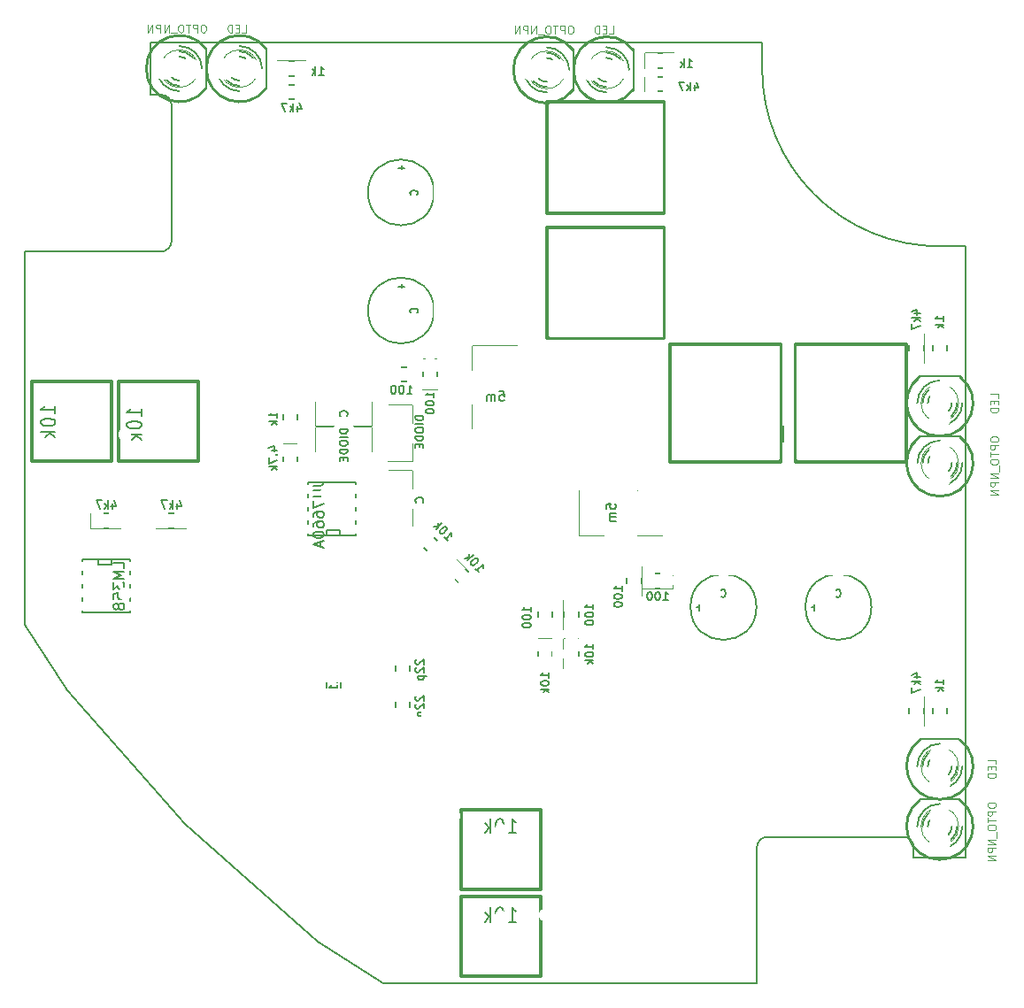
<source format=gbo>
G04 (created by PCBNEW (2013-06-18 BZR 4216)-testing) date 2014/10/24 19:56:51*
%MOIN*%
G04 Gerber Fmt 3.4, Leading zero omitted, Abs format*
%FSLAX34Y34*%
G01*
G70*
G90*
G04 APERTURE LIST*
%ADD10C,0.005906*%
%ADD11C,0.008000*%
%ADD12C,0.003000*%
%ADD13C,0.010000*%
%ADD14C,0.006000*%
%ADD15C,0.005000*%
%ADD16C,0.011811*%
%ADD17C,0.003500*%
%ADD18C,0.007500*%
%ADD19C,0.007874*%
%ADD20C,0.074803*%
%ADD21C,0.081748*%
%ADD22C,0.070748*%
%ADD23R,0.070748X0.070748*%
%ADD24R,0.095748X0.075748*%
%ADD25R,0.075748X0.095748*%
%ADD26C,0.094488*%
%ADD27R,0.094488X0.094488*%
%ADD28C,0.085748*%
%ADD29R,0.085748X0.085748*%
%ADD30R,0.074803X0.074803*%
%ADD31R,0.095748X0.175748*%
%ADD32R,0.175748X0.095748*%
%ADD33C,0.071748*%
%ADD34R,0.097638X0.173228*%
%ADD35R,0.409449X0.429134*%
%ADD36R,0.173228X0.097638*%
%ADD37R,0.429134X0.409449*%
%ADD38R,0.114148X0.114148*%
%ADD39R,0.872047X0.133858*%
%ADD40R,0.133858X0.872047*%
%ADD41C,0.075748*%
%ADD42R,0.062992X0.051181*%
%ADD43R,0.051181X0.062992*%
%ADD44R,0.084370X0.035748*%
%ADD45C,0.050748*%
%ADD46C,0.153543*%
G04 APERTURE END LIST*
G54D10*
X22047Y-44094D02*
X20472Y-41633D01*
X25196Y-27559D02*
X20472Y-27559D01*
X20472Y-27559D02*
X20472Y-41633D01*
X31496Y-53543D02*
X33956Y-55118D01*
X48031Y-55118D02*
X48031Y-50393D01*
X48031Y-55118D02*
X33956Y-55118D01*
X25196Y-21653D02*
X25590Y-21653D01*
X25196Y-21653D02*
X25196Y-19685D01*
X53937Y-50393D02*
X55905Y-50393D01*
X53543Y-49606D02*
X48425Y-49606D01*
X53937Y-50000D02*
G75*
G03X53543Y-49606I-393J0D01*
G74*
G01*
X53937Y-50393D02*
X53937Y-50000D01*
X48425Y-49606D02*
G75*
G03X48031Y-50000I0J-393D01*
G74*
G01*
X48031Y-50393D02*
X48031Y-50000D01*
X25984Y-27165D02*
X25984Y-22047D01*
X25590Y-27559D02*
G75*
G03X25984Y-27165I0J393D01*
G74*
G01*
X25984Y-22047D02*
G75*
G03X25590Y-21653I-393J0D01*
G74*
G01*
X25196Y-27559D02*
X25590Y-27559D01*
X48228Y-19685D02*
X25196Y-19685D01*
X55905Y-27362D02*
X55905Y-50393D01*
X48228Y-20669D02*
X48228Y-19685D01*
X54921Y-27362D02*
X55905Y-27362D01*
X48228Y-20669D02*
G75*
G03X54921Y-27362I6692J0D01*
G74*
G01*
X26476Y-49114D02*
X22047Y-44094D01*
X31496Y-53543D02*
X26476Y-49114D01*
G54D11*
X54171Y-34509D02*
X55671Y-34509D01*
G54D12*
X55628Y-35529D02*
G75*
G03X55628Y-35529I-707J0D01*
G74*
G01*
G54D13*
X55672Y-34530D02*
G75*
G02X54171Y-34529I-751J-999D01*
G74*
G01*
G54D14*
X55371Y-35529D02*
G75*
G02X54921Y-35979I-450J0D01*
G74*
G01*
X54471Y-35529D02*
G75*
G02X54921Y-35079I450J0D01*
G74*
G01*
X55571Y-35529D02*
G75*
G02X54921Y-36179I-650J0D01*
G74*
G01*
X54271Y-35529D02*
G75*
G02X54921Y-34879I650J0D01*
G74*
G01*
X55771Y-35529D02*
G75*
G02X54921Y-36379I-850J0D01*
G74*
G01*
X54071Y-35529D02*
G75*
G02X54921Y-34679I850J0D01*
G74*
G01*
G54D15*
X48014Y-40944D02*
G75*
G03X48014Y-40944I-1242J0D01*
G74*
G01*
X52344Y-40944D02*
G75*
G03X52344Y-40944I-1242J0D01*
G74*
G01*
X35868Y-25334D02*
G75*
G03X35868Y-25334I-1242J0D01*
G74*
G01*
X35868Y-29783D02*
G75*
G03X35868Y-29783I-1242J0D01*
G74*
G01*
X34146Y-35820D02*
X35046Y-35820D01*
X35046Y-35820D02*
X35046Y-36470D01*
X34146Y-37249D02*
X34146Y-37899D01*
X34146Y-37899D02*
X35046Y-37899D01*
X35046Y-37899D02*
X35046Y-37249D01*
X34146Y-36470D02*
X34146Y-35820D01*
X33519Y-33211D02*
X33519Y-34111D01*
X33519Y-34111D02*
X32869Y-34111D01*
X32090Y-33211D02*
X31440Y-33211D01*
X31440Y-33211D02*
X31440Y-34111D01*
X31440Y-34111D02*
X32090Y-34111D01*
X32869Y-33211D02*
X33519Y-33211D01*
X35046Y-35438D02*
X34146Y-35438D01*
X34146Y-35438D02*
X34146Y-34788D01*
X35046Y-34010D02*
X35046Y-33360D01*
X35046Y-33360D02*
X34146Y-33360D01*
X34146Y-33360D02*
X34146Y-34010D01*
X35046Y-34788D02*
X35046Y-35438D01*
X33519Y-34195D02*
X33519Y-35095D01*
X33519Y-35095D02*
X32869Y-35095D01*
X32090Y-34195D02*
X31440Y-34195D01*
X31440Y-34195D02*
X31440Y-35095D01*
X31440Y-35095D02*
X32090Y-35095D01*
X32869Y-34195D02*
X33519Y-34195D01*
G54D11*
X54171Y-32246D02*
X55671Y-32246D01*
G54D12*
X55628Y-33266D02*
G75*
G03X55628Y-33266I-707J0D01*
G74*
G01*
G54D13*
X55672Y-32266D02*
G75*
G02X54171Y-32266I-751J-999D01*
G74*
G01*
G54D14*
X55371Y-33266D02*
G75*
G02X54921Y-33716I-450J0D01*
G74*
G01*
X54471Y-33266D02*
G75*
G02X54921Y-32816I450J0D01*
G74*
G01*
X55571Y-33266D02*
G75*
G02X54921Y-33916I-650J0D01*
G74*
G01*
X54271Y-33266D02*
G75*
G02X54921Y-32616I650J0D01*
G74*
G01*
X55771Y-33266D02*
G75*
G02X54921Y-34116I-850J0D01*
G74*
G01*
X54071Y-33266D02*
G75*
G02X54921Y-32416I850J0D01*
G74*
G01*
G54D11*
X43393Y-19968D02*
X43393Y-21468D01*
G54D12*
X43080Y-20718D02*
G75*
G03X43080Y-20718I-707J0D01*
G74*
G01*
G54D13*
X43372Y-21469D02*
G75*
G02X43373Y-19968I-999J751D01*
G74*
G01*
G54D14*
X42373Y-21168D02*
G75*
G02X41923Y-20718I0J450D01*
G74*
G01*
X42373Y-20268D02*
G75*
G02X42823Y-20718I0J-450D01*
G74*
G01*
X42373Y-21368D02*
G75*
G02X41723Y-20718I0J650D01*
G74*
G01*
X42373Y-20068D02*
G75*
G02X43023Y-20718I0J-650D01*
G74*
G01*
X42373Y-21568D02*
G75*
G02X41523Y-20718I0J850D01*
G74*
G01*
X42373Y-19868D02*
G75*
G02X43223Y-20718I0J-850D01*
G74*
G01*
G54D11*
X54171Y-45927D02*
X55671Y-45927D01*
G54D12*
X55628Y-46947D02*
G75*
G03X55628Y-46947I-707J0D01*
G74*
G01*
G54D13*
X55672Y-45948D02*
G75*
G02X54171Y-45947I-751J-999D01*
G74*
G01*
G54D14*
X55371Y-46947D02*
G75*
G02X54921Y-47397I-450J0D01*
G74*
G01*
X54471Y-46947D02*
G75*
G02X54921Y-46497I450J0D01*
G74*
G01*
X55571Y-46947D02*
G75*
G02X54921Y-47597I-650J0D01*
G74*
G01*
X54271Y-46947D02*
G75*
G02X54921Y-46297I650J0D01*
G74*
G01*
X55771Y-46947D02*
G75*
G02X54921Y-47797I-850J0D01*
G74*
G01*
X54071Y-46947D02*
G75*
G02X54921Y-46097I850J0D01*
G74*
G01*
G54D11*
X29564Y-19919D02*
X29564Y-21419D01*
G54D12*
X29251Y-20669D02*
G75*
G03X29251Y-20669I-707J0D01*
G74*
G01*
G54D13*
X29544Y-21420D02*
G75*
G02X29544Y-19919I-999J751D01*
G74*
G01*
G54D14*
X28544Y-21119D02*
G75*
G02X28094Y-20669I0J450D01*
G74*
G01*
X28544Y-20219D02*
G75*
G02X28994Y-20669I0J-450D01*
G74*
G01*
X28544Y-21319D02*
G75*
G02X27894Y-20669I0J650D01*
G74*
G01*
X28544Y-20019D02*
G75*
G02X29194Y-20669I0J-650D01*
G74*
G01*
X28544Y-21519D02*
G75*
G02X27694Y-20669I0J850D01*
G74*
G01*
X28544Y-19819D02*
G75*
G02X29394Y-20669I0J-850D01*
G74*
G01*
G54D11*
X41129Y-19968D02*
X41129Y-21468D01*
G54D12*
X40816Y-20718D02*
G75*
G03X40816Y-20718I-707J0D01*
G74*
G01*
G54D13*
X41109Y-21469D02*
G75*
G02X41109Y-19968I-999J751D01*
G74*
G01*
G54D14*
X40109Y-21168D02*
G75*
G02X39659Y-20718I0J450D01*
G74*
G01*
X40109Y-20268D02*
G75*
G02X40559Y-20718I0J-450D01*
G74*
G01*
X40109Y-21368D02*
G75*
G02X39459Y-20718I0J650D01*
G74*
G01*
X40109Y-20068D02*
G75*
G02X40759Y-20718I0J-650D01*
G74*
G01*
X40109Y-21568D02*
G75*
G02X39259Y-20718I0J850D01*
G74*
G01*
X40109Y-19868D02*
G75*
G02X40959Y-20718I0J-850D01*
G74*
G01*
G54D11*
X54171Y-48191D02*
X55671Y-48191D01*
G54D12*
X55628Y-49211D02*
G75*
G03X55628Y-49211I-707J0D01*
G74*
G01*
G54D13*
X55672Y-48211D02*
G75*
G02X54171Y-48211I-751J-999D01*
G74*
G01*
G54D14*
X55371Y-49211D02*
G75*
G02X54921Y-49661I-450J0D01*
G74*
G01*
X54471Y-49211D02*
G75*
G02X54921Y-48761I450J0D01*
G74*
G01*
X55571Y-49211D02*
G75*
G02X54921Y-49861I-650J0D01*
G74*
G01*
X54271Y-49211D02*
G75*
G02X54921Y-48561I650J0D01*
G74*
G01*
X55771Y-49211D02*
G75*
G02X54921Y-50061I-850J0D01*
G74*
G01*
X54071Y-49211D02*
G75*
G02X54921Y-48361I850J0D01*
G74*
G01*
G54D11*
X27301Y-19919D02*
X27301Y-21419D01*
G54D12*
X26988Y-20669D02*
G75*
G03X26988Y-20669I-707J0D01*
G74*
G01*
G54D13*
X27280Y-21420D02*
G75*
G02X27281Y-19919I-999J751D01*
G74*
G01*
G54D14*
X26281Y-21119D02*
G75*
G02X25831Y-20669I0J450D01*
G74*
G01*
X26281Y-20219D02*
G75*
G02X26731Y-20669I0J-450D01*
G74*
G01*
X26281Y-21319D02*
G75*
G02X25631Y-20669I0J650D01*
G74*
G01*
X26281Y-20019D02*
G75*
G02X26931Y-20669I0J-650D01*
G74*
G01*
X26281Y-21519D02*
G75*
G02X25431Y-20669I0J850D01*
G74*
G01*
X26281Y-19819D02*
G75*
G02X27131Y-20669I0J-850D01*
G74*
G01*
G54D11*
X41363Y-38251D02*
X42263Y-38251D01*
X42263Y-36551D02*
X41363Y-36551D01*
X43563Y-38251D02*
X44463Y-38251D01*
X44463Y-36551D02*
X43563Y-36551D01*
X44463Y-38251D02*
X44463Y-36551D01*
X41363Y-36551D02*
X41363Y-38251D01*
X39038Y-34227D02*
X39038Y-33327D01*
X37338Y-33327D02*
X37338Y-34227D01*
X39038Y-32027D02*
X39038Y-31127D01*
X37338Y-31127D02*
X37338Y-32027D01*
X39038Y-31127D02*
X37338Y-31127D01*
X37338Y-34227D02*
X39038Y-34227D01*
G54D16*
X49488Y-31062D02*
X49488Y-35472D01*
X53661Y-35472D02*
X53661Y-31062D01*
X53661Y-35472D02*
X49488Y-35472D01*
X53661Y-31062D02*
X49488Y-31062D01*
X44763Y-31062D02*
X44763Y-35472D01*
X48937Y-35472D02*
X48937Y-31062D01*
X48937Y-35472D02*
X44763Y-35472D01*
X48937Y-31062D02*
X44763Y-31062D01*
X44527Y-21929D02*
X40118Y-21929D01*
X40118Y-26102D02*
X44527Y-26102D01*
X40118Y-26102D02*
X40118Y-21929D01*
X44527Y-26102D02*
X44527Y-21929D01*
X44527Y-26653D02*
X40118Y-26653D01*
X40118Y-30826D02*
X44527Y-30826D01*
X40118Y-30826D02*
X40118Y-26653D01*
X44527Y-30826D02*
X44527Y-26653D01*
X38385Y-51590D02*
X39885Y-51590D01*
X39885Y-51590D02*
X39885Y-48590D01*
X39885Y-48590D02*
X36885Y-48590D01*
X36885Y-48590D02*
X36885Y-51590D01*
X36885Y-51590D02*
X38385Y-51590D01*
X26984Y-33956D02*
X26984Y-32456D01*
X26984Y-32456D02*
X23984Y-32456D01*
X23984Y-32456D02*
X23984Y-35456D01*
X23984Y-35456D02*
X26984Y-35456D01*
X26984Y-35456D02*
X26984Y-33956D01*
X38385Y-54838D02*
X39885Y-54838D01*
X39885Y-54838D02*
X39885Y-51838D01*
X39885Y-51838D02*
X36885Y-51838D01*
X36885Y-51838D02*
X36885Y-54838D01*
X36885Y-54838D02*
X38385Y-54838D01*
X23736Y-33956D02*
X23736Y-32456D01*
X23736Y-32456D02*
X20736Y-32456D01*
X20736Y-32456D02*
X20736Y-35456D01*
X20736Y-35456D02*
X23736Y-35456D01*
X23736Y-35456D02*
X23736Y-33956D01*
G54D10*
X40334Y-41791D02*
X39783Y-41791D01*
X40334Y-41791D02*
X40334Y-40688D01*
X40334Y-40688D02*
X39783Y-40688D01*
X39783Y-40688D02*
X39783Y-41791D01*
X43129Y-39409D02*
X43681Y-39409D01*
X43129Y-39409D02*
X43129Y-40511D01*
X43129Y-40511D02*
X43681Y-40511D01*
X43681Y-40511D02*
X43681Y-39409D01*
X43740Y-40236D02*
X43740Y-39685D01*
X43740Y-40236D02*
X44842Y-40236D01*
X44842Y-40236D02*
X44842Y-39685D01*
X44842Y-39685D02*
X43740Y-39685D01*
X36003Y-32736D02*
X35452Y-32736D01*
X36003Y-32736D02*
X36003Y-31633D01*
X36003Y-31633D02*
X35452Y-31633D01*
X35452Y-31633D02*
X35452Y-32736D01*
X35295Y-31909D02*
X35295Y-32460D01*
X35295Y-31909D02*
X34192Y-31909D01*
X34192Y-31909D02*
X34192Y-32460D01*
X34192Y-32460D02*
X35295Y-32460D01*
X41318Y-41791D02*
X40767Y-41791D01*
X41318Y-41791D02*
X41318Y-40688D01*
X41318Y-40688D02*
X40767Y-40688D01*
X40767Y-40688D02*
X40767Y-41791D01*
X55196Y-31751D02*
X54645Y-31751D01*
X55196Y-31751D02*
X55196Y-30649D01*
X55196Y-30649D02*
X54645Y-30649D01*
X54645Y-30649D02*
X54645Y-31751D01*
X29960Y-21830D02*
X29960Y-21279D01*
X29960Y-21830D02*
X31062Y-21830D01*
X31062Y-21830D02*
X31062Y-21279D01*
X31062Y-21279D02*
X29960Y-21279D01*
X29960Y-20944D02*
X29960Y-20393D01*
X29960Y-20944D02*
X31062Y-20944D01*
X31062Y-20944D02*
X31062Y-20393D01*
X31062Y-20393D02*
X29960Y-20393D01*
X54311Y-45433D02*
X53759Y-45433D01*
X54311Y-45433D02*
X54311Y-44330D01*
X54311Y-44330D02*
X53759Y-44330D01*
X53759Y-44330D02*
X53759Y-45433D01*
X55196Y-45433D02*
X54645Y-45433D01*
X55196Y-45433D02*
X55196Y-44330D01*
X55196Y-44330D02*
X54645Y-44330D01*
X54645Y-44330D02*
X54645Y-45433D01*
X43838Y-21535D02*
X43838Y-20984D01*
X43838Y-21535D02*
X44940Y-21535D01*
X44940Y-21535D02*
X44940Y-20984D01*
X44940Y-20984D02*
X43838Y-20984D01*
X43838Y-20649D02*
X43838Y-20098D01*
X43838Y-20649D02*
X44940Y-20649D01*
X44940Y-20649D02*
X44940Y-20098D01*
X44940Y-20098D02*
X43838Y-20098D01*
X25433Y-37972D02*
X25433Y-37421D01*
X25433Y-37972D02*
X26535Y-37972D01*
X26535Y-37972D02*
X26535Y-37421D01*
X26535Y-37421D02*
X25433Y-37421D01*
X22972Y-37972D02*
X22972Y-37421D01*
X22972Y-37972D02*
X24074Y-37972D01*
X24074Y-37972D02*
X24074Y-37421D01*
X24074Y-37421D02*
X22972Y-37421D01*
X54311Y-31751D02*
X53759Y-31751D01*
X54311Y-31751D02*
X54311Y-30649D01*
X54311Y-30649D02*
X53759Y-30649D01*
X53759Y-30649D02*
X53759Y-31751D01*
X40334Y-43267D02*
X39783Y-43267D01*
X40334Y-43267D02*
X40334Y-42165D01*
X40334Y-42165D02*
X39783Y-42165D01*
X39783Y-42165D02*
X39783Y-43267D01*
X41318Y-43267D02*
X40767Y-43267D01*
X41318Y-43267D02*
X41318Y-42165D01*
X41318Y-42165D02*
X40767Y-42165D01*
X40767Y-42165D02*
X40767Y-43267D01*
X37494Y-39958D02*
X37104Y-40348D01*
X37494Y-39958D02*
X36714Y-39179D01*
X36714Y-39179D02*
X36324Y-39568D01*
X36324Y-39568D02*
X37104Y-40348D01*
X35143Y-38387D02*
X35533Y-37998D01*
X35143Y-38387D02*
X35923Y-39167D01*
X35923Y-39167D02*
X36312Y-38777D01*
X36312Y-38777D02*
X35533Y-37998D01*
X30738Y-35935D02*
X30187Y-35935D01*
X30738Y-35935D02*
X30738Y-34832D01*
X30738Y-34832D02*
X30187Y-34832D01*
X30187Y-34832D02*
X30187Y-35935D01*
X30738Y-34360D02*
X30187Y-34360D01*
X30738Y-34360D02*
X30738Y-33257D01*
X30738Y-33257D02*
X30187Y-33257D01*
X30187Y-33257D02*
X30187Y-34360D01*
X31811Y-43346D02*
X32362Y-43346D01*
X31811Y-43346D02*
X31811Y-44448D01*
X31811Y-44448D02*
X32362Y-44448D01*
X32362Y-44448D02*
X32362Y-43346D01*
X34970Y-43809D02*
X34419Y-43809D01*
X34970Y-43809D02*
X34970Y-42706D01*
X34970Y-42706D02*
X34419Y-42706D01*
X34419Y-42706D02*
X34419Y-43809D01*
X34419Y-44084D02*
X34970Y-44084D01*
X34419Y-44084D02*
X34419Y-45187D01*
X34419Y-45187D02*
X34970Y-45187D01*
X34970Y-45187D02*
X34970Y-44084D01*
G54D15*
X32937Y-38253D02*
X32937Y-36253D01*
X32937Y-36253D02*
X31137Y-36253D01*
X31137Y-36253D02*
X31137Y-38253D01*
X31137Y-38253D02*
X32937Y-38253D01*
X32337Y-38253D02*
X32337Y-38053D01*
X32337Y-38053D02*
X31837Y-38053D01*
X31837Y-38053D02*
X31837Y-38253D01*
X22623Y-39157D02*
X22623Y-41157D01*
X22623Y-41157D02*
X24423Y-41157D01*
X24423Y-41157D02*
X24423Y-39157D01*
X24423Y-39157D02*
X22623Y-39157D01*
X23223Y-39157D02*
X23223Y-39357D01*
X23223Y-39357D02*
X23723Y-39357D01*
X23723Y-39357D02*
X23723Y-39157D01*
G54D17*
X56823Y-34601D02*
X56823Y-34658D01*
X56838Y-34687D01*
X56866Y-34715D01*
X56923Y-34729D01*
X57023Y-34729D01*
X57081Y-34715D01*
X57109Y-34687D01*
X57123Y-34658D01*
X57123Y-34601D01*
X57109Y-34572D01*
X57081Y-34544D01*
X57023Y-34529D01*
X56923Y-34529D01*
X56866Y-34544D01*
X56838Y-34572D01*
X56823Y-34601D01*
X57123Y-34858D02*
X56823Y-34858D01*
X56823Y-34972D01*
X56838Y-35001D01*
X56852Y-35015D01*
X56881Y-35029D01*
X56923Y-35029D01*
X56952Y-35015D01*
X56966Y-35001D01*
X56981Y-34972D01*
X56981Y-34858D01*
X56823Y-35115D02*
X56823Y-35287D01*
X57123Y-35201D02*
X56823Y-35201D01*
X56823Y-35444D02*
X56823Y-35501D01*
X56838Y-35529D01*
X56866Y-35558D01*
X56923Y-35572D01*
X57023Y-35572D01*
X57081Y-35558D01*
X57109Y-35529D01*
X57123Y-35501D01*
X57123Y-35444D01*
X57109Y-35415D01*
X57081Y-35387D01*
X57023Y-35372D01*
X56923Y-35372D01*
X56866Y-35387D01*
X56838Y-35415D01*
X56823Y-35444D01*
X57152Y-35629D02*
X57152Y-35858D01*
X57123Y-35929D02*
X56823Y-35929D01*
X57123Y-36101D01*
X56823Y-36101D01*
X57123Y-36244D02*
X56823Y-36244D01*
X56823Y-36358D01*
X56838Y-36387D01*
X56852Y-36401D01*
X56881Y-36415D01*
X56923Y-36415D01*
X56952Y-36401D01*
X56966Y-36387D01*
X56981Y-36358D01*
X56981Y-36244D01*
X57123Y-36544D02*
X56823Y-36544D01*
X57123Y-36715D01*
X56823Y-36715D01*
G54D15*
X46694Y-40552D02*
X46706Y-40566D01*
X46741Y-40580D01*
X46765Y-40580D01*
X46801Y-40566D01*
X46825Y-40537D01*
X46837Y-40509D01*
X46849Y-40452D01*
X46849Y-40409D01*
X46837Y-40352D01*
X46825Y-40323D01*
X46801Y-40294D01*
X46765Y-40280D01*
X46741Y-40280D01*
X46706Y-40294D01*
X46694Y-40309D01*
G54D18*
X45985Y-40966D02*
X45757Y-40966D01*
X45871Y-41080D02*
X45871Y-40852D01*
G54D11*
G54D15*
X51024Y-40552D02*
X51036Y-40566D01*
X51072Y-40580D01*
X51096Y-40580D01*
X51132Y-40566D01*
X51155Y-40537D01*
X51167Y-40509D01*
X51179Y-40452D01*
X51179Y-40409D01*
X51167Y-40352D01*
X51155Y-40323D01*
X51132Y-40294D01*
X51096Y-40280D01*
X51072Y-40280D01*
X51036Y-40294D01*
X51024Y-40309D01*
G54D18*
X50316Y-40966D02*
X50088Y-40966D01*
X50202Y-41080D02*
X50202Y-40852D01*
G54D11*
G54D15*
X35233Y-25412D02*
X35247Y-25400D01*
X35261Y-25364D01*
X35261Y-25340D01*
X35247Y-25304D01*
X35218Y-25281D01*
X35190Y-25269D01*
X35133Y-25257D01*
X35090Y-25257D01*
X35033Y-25269D01*
X35004Y-25281D01*
X34975Y-25304D01*
X34961Y-25340D01*
X34961Y-25364D01*
X34975Y-25400D01*
X34990Y-25412D01*
G54D18*
X34647Y-24320D02*
X34647Y-24548D01*
X34761Y-24434D02*
X34533Y-24434D01*
G54D11*
G54D15*
X35233Y-29860D02*
X35247Y-29848D01*
X35261Y-29813D01*
X35261Y-29789D01*
X35247Y-29753D01*
X35218Y-29729D01*
X35190Y-29717D01*
X35133Y-29706D01*
X35090Y-29706D01*
X35033Y-29717D01*
X35004Y-29729D01*
X34975Y-29753D01*
X34961Y-29789D01*
X34961Y-29813D01*
X34975Y-29848D01*
X34990Y-29860D01*
G54D18*
X34647Y-28769D02*
X34647Y-28997D01*
X34761Y-28883D02*
X34533Y-28883D01*
G54D11*
G54D15*
X35441Y-37002D02*
X35456Y-36988D01*
X35470Y-36945D01*
X35470Y-36916D01*
X35456Y-36873D01*
X35427Y-36845D01*
X35398Y-36830D01*
X35341Y-36816D01*
X35298Y-36816D01*
X35241Y-36830D01*
X35213Y-36845D01*
X35184Y-36873D01*
X35170Y-36916D01*
X35170Y-36945D01*
X35184Y-36988D01*
X35198Y-37002D01*
X32587Y-33754D02*
X32601Y-33739D01*
X32616Y-33697D01*
X32616Y-33668D01*
X32601Y-33625D01*
X32573Y-33597D01*
X32544Y-33582D01*
X32487Y-33568D01*
X32444Y-33568D01*
X32387Y-33582D01*
X32358Y-33597D01*
X32330Y-33625D01*
X32316Y-33668D01*
X32316Y-33697D01*
X32330Y-33739D01*
X32344Y-33754D01*
X35470Y-33757D02*
X35170Y-33757D01*
X35170Y-33828D01*
X35184Y-33871D01*
X35213Y-33900D01*
X35241Y-33914D01*
X35298Y-33928D01*
X35341Y-33928D01*
X35398Y-33914D01*
X35427Y-33900D01*
X35456Y-33871D01*
X35470Y-33828D01*
X35470Y-33757D01*
X35470Y-34057D02*
X35170Y-34057D01*
X35170Y-34257D02*
X35170Y-34314D01*
X35184Y-34343D01*
X35213Y-34371D01*
X35270Y-34386D01*
X35370Y-34386D01*
X35427Y-34371D01*
X35456Y-34343D01*
X35470Y-34314D01*
X35470Y-34257D01*
X35456Y-34228D01*
X35427Y-34200D01*
X35370Y-34186D01*
X35270Y-34186D01*
X35213Y-34200D01*
X35184Y-34228D01*
X35170Y-34257D01*
X35470Y-34514D02*
X35170Y-34514D01*
X35170Y-34586D01*
X35184Y-34628D01*
X35213Y-34657D01*
X35241Y-34671D01*
X35298Y-34686D01*
X35341Y-34686D01*
X35398Y-34671D01*
X35427Y-34657D01*
X35456Y-34628D01*
X35470Y-34586D01*
X35470Y-34514D01*
X35313Y-34814D02*
X35313Y-34914D01*
X35470Y-34957D02*
X35470Y-34814D01*
X35170Y-34814D01*
X35170Y-34957D01*
X32616Y-34249D02*
X32316Y-34249D01*
X32316Y-34321D01*
X32330Y-34363D01*
X32358Y-34392D01*
X32387Y-34406D01*
X32444Y-34421D01*
X32487Y-34421D01*
X32544Y-34406D01*
X32573Y-34392D01*
X32601Y-34363D01*
X32616Y-34321D01*
X32616Y-34249D01*
X32616Y-34549D02*
X32316Y-34549D01*
X32316Y-34749D02*
X32316Y-34806D01*
X32330Y-34835D01*
X32358Y-34863D01*
X32416Y-34878D01*
X32516Y-34878D01*
X32573Y-34863D01*
X32601Y-34835D01*
X32616Y-34806D01*
X32616Y-34749D01*
X32601Y-34721D01*
X32573Y-34692D01*
X32516Y-34678D01*
X32416Y-34678D01*
X32358Y-34692D01*
X32330Y-34721D01*
X32316Y-34749D01*
X32616Y-35006D02*
X32316Y-35006D01*
X32316Y-35078D01*
X32330Y-35121D01*
X32358Y-35149D01*
X32387Y-35163D01*
X32444Y-35178D01*
X32487Y-35178D01*
X32544Y-35163D01*
X32573Y-35149D01*
X32601Y-35121D01*
X32616Y-35078D01*
X32616Y-35006D01*
X32458Y-35306D02*
X32458Y-35406D01*
X32616Y-35449D02*
X32616Y-35306D01*
X32316Y-35306D01*
X32316Y-35449D01*
G54D17*
X57123Y-33074D02*
X57123Y-32932D01*
X56823Y-32932D01*
X56966Y-33174D02*
X56966Y-33274D01*
X57123Y-33317D02*
X57123Y-33174D01*
X56823Y-33174D01*
X56823Y-33317D01*
X57123Y-33446D02*
X56823Y-33446D01*
X56823Y-33517D01*
X56838Y-33560D01*
X56866Y-33589D01*
X56895Y-33603D01*
X56952Y-33617D01*
X56995Y-33617D01*
X57052Y-33603D01*
X57081Y-33589D01*
X57109Y-33560D01*
X57123Y-33517D01*
X57123Y-33446D01*
X42466Y-19354D02*
X42609Y-19354D01*
X42609Y-19054D01*
X42366Y-19197D02*
X42266Y-19197D01*
X42223Y-19354D02*
X42366Y-19354D01*
X42366Y-19054D01*
X42223Y-19054D01*
X42095Y-19354D02*
X42095Y-19054D01*
X42023Y-19054D01*
X41980Y-19068D01*
X41952Y-19097D01*
X41937Y-19125D01*
X41923Y-19182D01*
X41923Y-19225D01*
X41937Y-19282D01*
X41952Y-19311D01*
X41980Y-19339D01*
X42023Y-19354D01*
X42095Y-19354D01*
X57025Y-46854D02*
X57025Y-46711D01*
X56725Y-46711D01*
X56868Y-46954D02*
X56868Y-47054D01*
X57025Y-47097D02*
X57025Y-46954D01*
X56725Y-46954D01*
X56725Y-47097D01*
X57025Y-47225D02*
X56725Y-47225D01*
X56725Y-47297D01*
X56739Y-47340D01*
X56768Y-47368D01*
X56796Y-47382D01*
X56854Y-47397D01*
X56896Y-47397D01*
X56954Y-47382D01*
X56982Y-47368D01*
X57011Y-47340D01*
X57025Y-47297D01*
X57025Y-47225D01*
X28637Y-19305D02*
X28780Y-19305D01*
X28780Y-19005D01*
X28537Y-19147D02*
X28437Y-19147D01*
X28394Y-19305D02*
X28537Y-19305D01*
X28537Y-19005D01*
X28394Y-19005D01*
X28266Y-19305D02*
X28266Y-19005D01*
X28194Y-19005D01*
X28152Y-19019D01*
X28123Y-19047D01*
X28109Y-19076D01*
X28094Y-19133D01*
X28094Y-19176D01*
X28109Y-19233D01*
X28123Y-19262D01*
X28152Y-19290D01*
X28194Y-19305D01*
X28266Y-19305D01*
X41038Y-19054D02*
X40981Y-19054D01*
X40952Y-19068D01*
X40924Y-19097D01*
X40909Y-19154D01*
X40909Y-19254D01*
X40924Y-19311D01*
X40952Y-19339D01*
X40981Y-19354D01*
X41038Y-19354D01*
X41066Y-19339D01*
X41095Y-19311D01*
X41109Y-19254D01*
X41109Y-19154D01*
X41095Y-19097D01*
X41066Y-19068D01*
X41038Y-19054D01*
X40781Y-19354D02*
X40781Y-19054D01*
X40666Y-19054D01*
X40638Y-19068D01*
X40624Y-19082D01*
X40609Y-19111D01*
X40609Y-19154D01*
X40624Y-19182D01*
X40638Y-19197D01*
X40666Y-19211D01*
X40781Y-19211D01*
X40524Y-19054D02*
X40352Y-19054D01*
X40438Y-19354D02*
X40438Y-19054D01*
X40195Y-19054D02*
X40138Y-19054D01*
X40109Y-19068D01*
X40081Y-19097D01*
X40066Y-19154D01*
X40066Y-19254D01*
X40081Y-19311D01*
X40109Y-19339D01*
X40138Y-19354D01*
X40195Y-19354D01*
X40224Y-19339D01*
X40252Y-19311D01*
X40266Y-19254D01*
X40266Y-19154D01*
X40252Y-19097D01*
X40224Y-19068D01*
X40195Y-19054D01*
X40009Y-19382D02*
X39781Y-19382D01*
X39709Y-19354D02*
X39709Y-19054D01*
X39538Y-19354D01*
X39538Y-19054D01*
X39395Y-19354D02*
X39395Y-19054D01*
X39281Y-19054D01*
X39252Y-19068D01*
X39238Y-19082D01*
X39224Y-19111D01*
X39224Y-19154D01*
X39238Y-19182D01*
X39252Y-19197D01*
X39281Y-19211D01*
X39395Y-19211D01*
X39095Y-19354D02*
X39095Y-19054D01*
X38924Y-19354D01*
X38924Y-19054D01*
X56725Y-48380D02*
X56725Y-48438D01*
X56739Y-48466D01*
X56768Y-48495D01*
X56825Y-48509D01*
X56925Y-48509D01*
X56982Y-48495D01*
X57011Y-48466D01*
X57025Y-48438D01*
X57025Y-48380D01*
X57011Y-48352D01*
X56982Y-48323D01*
X56925Y-48309D01*
X56825Y-48309D01*
X56768Y-48323D01*
X56739Y-48352D01*
X56725Y-48380D01*
X57025Y-48638D02*
X56725Y-48638D01*
X56725Y-48752D01*
X56739Y-48780D01*
X56754Y-48795D01*
X56782Y-48809D01*
X56825Y-48809D01*
X56854Y-48795D01*
X56868Y-48780D01*
X56882Y-48752D01*
X56882Y-48638D01*
X56725Y-48895D02*
X56725Y-49066D01*
X57025Y-48980D02*
X56725Y-48980D01*
X56725Y-49223D02*
X56725Y-49280D01*
X56739Y-49309D01*
X56768Y-49338D01*
X56825Y-49352D01*
X56925Y-49352D01*
X56982Y-49338D01*
X57011Y-49309D01*
X57025Y-49280D01*
X57025Y-49223D01*
X57011Y-49195D01*
X56982Y-49166D01*
X56925Y-49152D01*
X56825Y-49152D01*
X56768Y-49166D01*
X56739Y-49195D01*
X56725Y-49223D01*
X57054Y-49409D02*
X57054Y-49638D01*
X57025Y-49709D02*
X56725Y-49709D01*
X57025Y-49880D01*
X56725Y-49880D01*
X57025Y-50023D02*
X56725Y-50023D01*
X56725Y-50138D01*
X56739Y-50166D01*
X56754Y-50180D01*
X56782Y-50195D01*
X56825Y-50195D01*
X56854Y-50180D01*
X56868Y-50166D01*
X56882Y-50138D01*
X56882Y-50023D01*
X57025Y-50323D02*
X56725Y-50323D01*
X57025Y-50495D01*
X56725Y-50495D01*
X27209Y-19005D02*
X27152Y-19005D01*
X27123Y-19019D01*
X27095Y-19047D01*
X27081Y-19105D01*
X27081Y-19205D01*
X27095Y-19262D01*
X27123Y-19290D01*
X27152Y-19305D01*
X27209Y-19305D01*
X27238Y-19290D01*
X27266Y-19262D01*
X27281Y-19205D01*
X27281Y-19105D01*
X27266Y-19047D01*
X27238Y-19019D01*
X27209Y-19005D01*
X26952Y-19305D02*
X26952Y-19005D01*
X26838Y-19005D01*
X26809Y-19019D01*
X26795Y-19033D01*
X26781Y-19062D01*
X26781Y-19105D01*
X26795Y-19133D01*
X26809Y-19147D01*
X26838Y-19162D01*
X26952Y-19162D01*
X26695Y-19005D02*
X26523Y-19005D01*
X26609Y-19305D02*
X26609Y-19005D01*
X26366Y-19005D02*
X26309Y-19005D01*
X26281Y-19019D01*
X26252Y-19047D01*
X26238Y-19105D01*
X26238Y-19205D01*
X26252Y-19262D01*
X26281Y-19290D01*
X26309Y-19305D01*
X26366Y-19305D01*
X26395Y-19290D01*
X26423Y-19262D01*
X26438Y-19205D01*
X26438Y-19105D01*
X26423Y-19047D01*
X26395Y-19019D01*
X26366Y-19005D01*
X26181Y-19333D02*
X25952Y-19333D01*
X25881Y-19305D02*
X25881Y-19005D01*
X25709Y-19305D01*
X25709Y-19005D01*
X25566Y-19305D02*
X25566Y-19005D01*
X25452Y-19005D01*
X25423Y-19019D01*
X25409Y-19033D01*
X25395Y-19062D01*
X25395Y-19105D01*
X25409Y-19133D01*
X25423Y-19147D01*
X25452Y-19162D01*
X25566Y-19162D01*
X25266Y-19305D02*
X25266Y-19005D01*
X25095Y-19305D01*
X25095Y-19005D01*
G54D14*
X42371Y-37251D02*
X42371Y-37084D01*
X42538Y-37068D01*
X42521Y-37084D01*
X42505Y-37118D01*
X42505Y-37201D01*
X42521Y-37234D01*
X42538Y-37251D01*
X42571Y-37268D01*
X42655Y-37268D01*
X42688Y-37251D01*
X42705Y-37234D01*
X42721Y-37201D01*
X42721Y-37118D01*
X42705Y-37084D01*
X42688Y-37068D01*
X42721Y-37418D02*
X42488Y-37418D01*
X42521Y-37418D02*
X42505Y-37434D01*
X42488Y-37468D01*
X42488Y-37518D01*
X42505Y-37551D01*
X42538Y-37568D01*
X42721Y-37568D01*
X42538Y-37568D02*
X42505Y-37584D01*
X42488Y-37618D01*
X42488Y-37668D01*
X42505Y-37701D01*
X42538Y-37718D01*
X42721Y-37718D01*
X38338Y-32835D02*
X38505Y-32835D01*
X38522Y-33002D01*
X38505Y-32985D01*
X38472Y-32968D01*
X38388Y-32968D01*
X38355Y-32985D01*
X38338Y-33002D01*
X38322Y-33035D01*
X38322Y-33118D01*
X38338Y-33152D01*
X38355Y-33168D01*
X38388Y-33185D01*
X38472Y-33185D01*
X38505Y-33168D01*
X38522Y-33152D01*
X38172Y-33185D02*
X38172Y-32952D01*
X38172Y-32985D02*
X38155Y-32968D01*
X38122Y-32952D01*
X38072Y-32952D01*
X38038Y-32968D01*
X38022Y-33002D01*
X38022Y-33185D01*
X38022Y-33002D02*
X38005Y-32968D01*
X37972Y-32952D01*
X37922Y-32952D01*
X37888Y-32968D01*
X37872Y-33002D01*
X37872Y-33185D01*
G54D10*
X53641Y-35208D02*
X53641Y-34617D01*
X53444Y-35039D01*
X53248Y-34617D01*
X53248Y-35208D01*
X52854Y-34617D02*
X52741Y-34617D01*
X52685Y-34645D01*
X52629Y-34701D01*
X52601Y-34814D01*
X52601Y-35011D01*
X52629Y-35123D01*
X52685Y-35179D01*
X52741Y-35208D01*
X52854Y-35208D01*
X52910Y-35179D01*
X52966Y-35123D01*
X52994Y-35011D01*
X52994Y-34814D01*
X52966Y-34701D01*
X52910Y-34645D01*
X52854Y-34617D01*
X52376Y-35179D02*
X52291Y-35208D01*
X52151Y-35208D01*
X52095Y-35179D01*
X52066Y-35151D01*
X52038Y-35095D01*
X52038Y-35039D01*
X52066Y-34983D01*
X52095Y-34955D01*
X52151Y-34926D01*
X52263Y-34898D01*
X52320Y-34870D01*
X52348Y-34842D01*
X52376Y-34786D01*
X52376Y-34730D01*
X52348Y-34673D01*
X52320Y-34645D01*
X52263Y-34617D01*
X52123Y-34617D01*
X52038Y-34645D01*
X51588Y-34898D02*
X51785Y-34898D01*
X51785Y-35208D02*
X51785Y-34617D01*
X51504Y-34617D01*
X51279Y-34898D02*
X51082Y-34898D01*
X50998Y-35208D02*
X51279Y-35208D01*
X51279Y-34617D01*
X50998Y-34617D01*
X50829Y-34617D02*
X50492Y-34617D01*
X50660Y-35208D02*
X50660Y-34617D01*
X50435Y-35264D02*
X49985Y-35264D01*
X49845Y-35208D02*
X49845Y-34617D01*
X49507Y-35208D01*
X49507Y-34617D01*
X49015Y-34715D02*
X49015Y-34125D01*
X48818Y-34547D01*
X48622Y-34125D01*
X48622Y-34715D01*
X48228Y-34125D02*
X48115Y-34125D01*
X48059Y-34153D01*
X48003Y-34209D01*
X47975Y-34322D01*
X47975Y-34519D01*
X48003Y-34631D01*
X48059Y-34687D01*
X48115Y-34715D01*
X48228Y-34715D01*
X48284Y-34687D01*
X48340Y-34631D01*
X48368Y-34519D01*
X48368Y-34322D01*
X48340Y-34209D01*
X48284Y-34153D01*
X48228Y-34125D01*
X47750Y-34687D02*
X47665Y-34715D01*
X47525Y-34715D01*
X47469Y-34687D01*
X47440Y-34659D01*
X47412Y-34603D01*
X47412Y-34547D01*
X47440Y-34491D01*
X47469Y-34462D01*
X47525Y-34434D01*
X47637Y-34406D01*
X47694Y-34378D01*
X47722Y-34350D01*
X47750Y-34294D01*
X47750Y-34237D01*
X47722Y-34181D01*
X47694Y-34153D01*
X47637Y-34125D01*
X47497Y-34125D01*
X47412Y-34153D01*
X46962Y-34406D02*
X47159Y-34406D01*
X47159Y-34715D02*
X47159Y-34125D01*
X46878Y-34125D01*
X46653Y-34406D02*
X46456Y-34406D01*
X46372Y-34715D02*
X46653Y-34715D01*
X46653Y-34125D01*
X46372Y-34125D01*
X46203Y-34125D02*
X45866Y-34125D01*
X46034Y-34715D02*
X46034Y-34125D01*
X45809Y-34772D02*
X45359Y-34772D01*
X45219Y-34715D02*
X45219Y-34125D01*
X44881Y-34715D01*
X44881Y-34125D01*
X41605Y-21948D02*
X41015Y-21948D01*
X41437Y-22145D01*
X41015Y-22342D01*
X41605Y-22342D01*
X41015Y-22736D02*
X41015Y-22848D01*
X41043Y-22904D01*
X41099Y-22961D01*
X41212Y-22989D01*
X41408Y-22989D01*
X41521Y-22961D01*
X41577Y-22904D01*
X41605Y-22848D01*
X41605Y-22736D01*
X41577Y-22679D01*
X41521Y-22623D01*
X41408Y-22595D01*
X41212Y-22595D01*
X41099Y-22623D01*
X41043Y-22679D01*
X41015Y-22736D01*
X41577Y-23214D02*
X41605Y-23298D01*
X41605Y-23439D01*
X41577Y-23495D01*
X41549Y-23523D01*
X41493Y-23551D01*
X41437Y-23551D01*
X41380Y-23523D01*
X41352Y-23495D01*
X41324Y-23439D01*
X41296Y-23326D01*
X41268Y-23270D01*
X41240Y-23242D01*
X41183Y-23214D01*
X41127Y-23214D01*
X41071Y-23242D01*
X41043Y-23270D01*
X41015Y-23326D01*
X41015Y-23467D01*
X41043Y-23551D01*
X41296Y-24001D02*
X41296Y-23804D01*
X41605Y-23804D02*
X41015Y-23804D01*
X41015Y-24086D01*
X41296Y-24311D02*
X41296Y-24507D01*
X41605Y-24592D02*
X41605Y-24311D01*
X41015Y-24311D01*
X41015Y-24592D01*
X41015Y-24760D02*
X41015Y-25098D01*
X41605Y-24929D02*
X41015Y-24929D01*
X41661Y-25154D02*
X41661Y-25604D01*
X41605Y-25745D02*
X41015Y-25745D01*
X41605Y-26082D01*
X41015Y-26082D01*
X41113Y-26673D02*
X40523Y-26673D01*
X40944Y-26870D01*
X40523Y-27066D01*
X41113Y-27066D01*
X40523Y-27460D02*
X40523Y-27573D01*
X40551Y-27629D01*
X40607Y-27685D01*
X40719Y-27713D01*
X40916Y-27713D01*
X41029Y-27685D01*
X41085Y-27629D01*
X41113Y-27573D01*
X41113Y-27460D01*
X41085Y-27404D01*
X41029Y-27348D01*
X40916Y-27320D01*
X40719Y-27320D01*
X40607Y-27348D01*
X40551Y-27404D01*
X40523Y-27460D01*
X41085Y-27938D02*
X41113Y-28023D01*
X41113Y-28163D01*
X41085Y-28219D01*
X41057Y-28248D01*
X41001Y-28276D01*
X40944Y-28276D01*
X40888Y-28248D01*
X40860Y-28219D01*
X40832Y-28163D01*
X40804Y-28051D01*
X40776Y-27994D01*
X40748Y-27966D01*
X40691Y-27938D01*
X40635Y-27938D01*
X40579Y-27966D01*
X40551Y-27994D01*
X40523Y-28051D01*
X40523Y-28191D01*
X40551Y-28276D01*
X40804Y-28726D02*
X40804Y-28529D01*
X41113Y-28529D02*
X40523Y-28529D01*
X40523Y-28810D01*
X40804Y-29035D02*
X40804Y-29232D01*
X41113Y-29316D02*
X41113Y-29035D01*
X40523Y-29035D01*
X40523Y-29316D01*
X40523Y-29485D02*
X40523Y-29822D01*
X41113Y-29654D02*
X40523Y-29654D01*
X41169Y-29879D02*
X41169Y-30329D01*
X41113Y-30469D02*
X40523Y-30469D01*
X41113Y-30807D01*
X40523Y-30807D01*
X50351Y-38751D02*
X50154Y-39341D01*
X49957Y-38751D01*
X49789Y-39173D02*
X49507Y-39173D01*
X49845Y-39341D02*
X49648Y-38751D01*
X49451Y-39341D01*
X48973Y-39341D02*
X49254Y-39341D01*
X49254Y-38751D01*
X48692Y-38751D02*
X48692Y-38892D01*
X48832Y-38835D02*
X48692Y-38892D01*
X48551Y-38835D01*
X48776Y-39004D02*
X48692Y-38892D01*
X48607Y-39004D01*
X48242Y-38751D02*
X48242Y-38892D01*
X48383Y-38835D02*
X48242Y-38892D01*
X48101Y-38835D01*
X48326Y-39004D02*
X48242Y-38892D01*
X48158Y-39004D01*
X36192Y-25140D02*
X36782Y-25337D01*
X36192Y-25534D01*
X36614Y-25703D02*
X36614Y-25984D01*
X36782Y-25646D02*
X36192Y-25843D01*
X36782Y-26040D01*
X36782Y-26518D02*
X36782Y-26237D01*
X36192Y-26237D01*
X36192Y-26799D02*
X36332Y-26799D01*
X36276Y-26659D02*
X36332Y-26799D01*
X36276Y-26940D01*
X36445Y-26715D02*
X36332Y-26799D01*
X36445Y-26884D01*
X36192Y-27249D02*
X36332Y-27249D01*
X36276Y-27109D02*
X36332Y-27249D01*
X36276Y-27390D01*
X36445Y-27165D02*
X36332Y-27249D01*
X36445Y-27334D01*
G54D11*
X38683Y-49461D02*
X38969Y-49461D01*
X38826Y-49461D02*
X38826Y-48911D01*
X38873Y-48989D01*
X38921Y-49042D01*
X38969Y-49068D01*
X38373Y-48911D02*
X38326Y-48911D01*
X38278Y-48937D01*
X38254Y-48963D01*
X38231Y-49016D01*
X38207Y-49120D01*
X38207Y-49251D01*
X38231Y-49356D01*
X38254Y-49409D01*
X38278Y-49435D01*
X38326Y-49461D01*
X38373Y-49461D01*
X38421Y-49435D01*
X38445Y-49409D01*
X38469Y-49356D01*
X38492Y-49251D01*
X38492Y-49120D01*
X38469Y-49016D01*
X38445Y-48963D01*
X38421Y-48937D01*
X38373Y-48911D01*
X37992Y-49461D02*
X37992Y-48911D01*
X37945Y-49251D02*
X37802Y-49461D01*
X37802Y-49094D02*
X37992Y-49304D01*
X24855Y-33757D02*
X24855Y-33471D01*
X24855Y-33614D02*
X24305Y-33614D01*
X24383Y-33567D01*
X24436Y-33519D01*
X24462Y-33471D01*
X24305Y-34067D02*
X24305Y-34114D01*
X24331Y-34162D01*
X24357Y-34186D01*
X24409Y-34209D01*
X24514Y-34233D01*
X24645Y-34233D01*
X24750Y-34209D01*
X24802Y-34186D01*
X24828Y-34162D01*
X24855Y-34114D01*
X24855Y-34067D01*
X24828Y-34019D01*
X24802Y-33995D01*
X24750Y-33971D01*
X24645Y-33947D01*
X24514Y-33947D01*
X24409Y-33971D01*
X24357Y-33995D01*
X24331Y-34019D01*
X24305Y-34067D01*
X24855Y-34447D02*
X24305Y-34447D01*
X24645Y-34495D02*
X24855Y-34638D01*
X24488Y-34638D02*
X24697Y-34447D01*
X38683Y-52807D02*
X38969Y-52807D01*
X38826Y-52807D02*
X38826Y-52257D01*
X38873Y-52336D01*
X38921Y-52388D01*
X38969Y-52415D01*
X38373Y-52257D02*
X38326Y-52257D01*
X38278Y-52284D01*
X38254Y-52310D01*
X38231Y-52362D01*
X38207Y-52467D01*
X38207Y-52598D01*
X38231Y-52703D01*
X38254Y-52755D01*
X38278Y-52781D01*
X38326Y-52807D01*
X38373Y-52807D01*
X38421Y-52781D01*
X38445Y-52755D01*
X38469Y-52703D01*
X38492Y-52598D01*
X38492Y-52467D01*
X38469Y-52362D01*
X38445Y-52310D01*
X38421Y-52284D01*
X38373Y-52257D01*
X37992Y-52807D02*
X37992Y-52257D01*
X37945Y-52598D02*
X37802Y-52807D01*
X37802Y-52441D02*
X37992Y-52650D01*
X21607Y-33659D02*
X21607Y-33373D01*
X21607Y-33516D02*
X21057Y-33516D01*
X21135Y-33468D01*
X21188Y-33420D01*
X21214Y-33373D01*
X21057Y-33968D02*
X21057Y-34016D01*
X21083Y-34063D01*
X21109Y-34087D01*
X21161Y-34111D01*
X21266Y-34135D01*
X21397Y-34135D01*
X21502Y-34111D01*
X21554Y-34087D01*
X21580Y-34063D01*
X21607Y-34016D01*
X21607Y-33968D01*
X21580Y-33920D01*
X21554Y-33897D01*
X21502Y-33873D01*
X21397Y-33849D01*
X21266Y-33849D01*
X21161Y-33873D01*
X21109Y-33897D01*
X21083Y-33920D01*
X21057Y-33968D01*
X21607Y-34349D02*
X21057Y-34349D01*
X21397Y-34397D02*
X21607Y-34540D01*
X21240Y-34540D02*
X21449Y-34349D01*
G54D19*
X39512Y-41128D02*
X39512Y-40948D01*
X39512Y-41038D02*
X39197Y-41038D01*
X39242Y-41008D01*
X39272Y-40978D01*
X39287Y-40948D01*
X39197Y-41323D02*
X39197Y-41353D01*
X39212Y-41383D01*
X39227Y-41398D01*
X39257Y-41413D01*
X39317Y-41428D01*
X39392Y-41428D01*
X39452Y-41413D01*
X39482Y-41398D01*
X39497Y-41383D01*
X39512Y-41353D01*
X39512Y-41323D01*
X39497Y-41293D01*
X39482Y-41278D01*
X39452Y-41263D01*
X39392Y-41248D01*
X39317Y-41248D01*
X39257Y-41263D01*
X39227Y-41278D01*
X39212Y-41293D01*
X39197Y-41323D01*
X39197Y-41623D02*
X39197Y-41653D01*
X39212Y-41683D01*
X39227Y-41698D01*
X39257Y-41713D01*
X39317Y-41728D01*
X39392Y-41728D01*
X39452Y-41713D01*
X39482Y-41698D01*
X39497Y-41683D01*
X39512Y-41653D01*
X39512Y-41623D01*
X39497Y-41593D01*
X39482Y-41578D01*
X39452Y-41563D01*
X39392Y-41548D01*
X39317Y-41548D01*
X39257Y-41563D01*
X39227Y-41578D01*
X39212Y-41593D01*
X39197Y-41623D01*
X42957Y-40341D02*
X42957Y-40161D01*
X42957Y-40251D02*
X42642Y-40251D01*
X42687Y-40221D01*
X42717Y-40191D01*
X42732Y-40161D01*
X42642Y-40536D02*
X42642Y-40566D01*
X42657Y-40596D01*
X42672Y-40611D01*
X42702Y-40626D01*
X42762Y-40641D01*
X42837Y-40641D01*
X42897Y-40626D01*
X42927Y-40611D01*
X42942Y-40596D01*
X42957Y-40566D01*
X42957Y-40536D01*
X42942Y-40506D01*
X42927Y-40491D01*
X42897Y-40476D01*
X42837Y-40461D01*
X42762Y-40461D01*
X42702Y-40476D01*
X42672Y-40491D01*
X42657Y-40506D01*
X42642Y-40536D01*
X42642Y-40836D02*
X42642Y-40866D01*
X42657Y-40896D01*
X42672Y-40911D01*
X42702Y-40926D01*
X42762Y-40941D01*
X42837Y-40941D01*
X42897Y-40926D01*
X42927Y-40911D01*
X42942Y-40896D01*
X42957Y-40866D01*
X42957Y-40836D01*
X42942Y-40806D01*
X42927Y-40791D01*
X42897Y-40776D01*
X42837Y-40761D01*
X42762Y-40761D01*
X42702Y-40776D01*
X42672Y-40791D01*
X42657Y-40806D01*
X42642Y-40836D01*
X44501Y-40693D02*
X44681Y-40693D01*
X44591Y-40693D02*
X44591Y-40378D01*
X44621Y-40423D01*
X44651Y-40453D01*
X44681Y-40468D01*
X44306Y-40378D02*
X44276Y-40378D01*
X44246Y-40393D01*
X44231Y-40408D01*
X44216Y-40438D01*
X44201Y-40498D01*
X44201Y-40573D01*
X44216Y-40633D01*
X44231Y-40663D01*
X44246Y-40678D01*
X44276Y-40693D01*
X44306Y-40693D01*
X44336Y-40678D01*
X44351Y-40663D01*
X44366Y-40633D01*
X44381Y-40573D01*
X44381Y-40498D01*
X44366Y-40438D01*
X44351Y-40408D01*
X44336Y-40393D01*
X44306Y-40378D01*
X44006Y-40378D02*
X43976Y-40378D01*
X43946Y-40393D01*
X43931Y-40408D01*
X43916Y-40438D01*
X43901Y-40498D01*
X43901Y-40573D01*
X43916Y-40633D01*
X43931Y-40663D01*
X43946Y-40678D01*
X43976Y-40693D01*
X44006Y-40693D01*
X44036Y-40678D01*
X44051Y-40663D01*
X44066Y-40633D01*
X44081Y-40573D01*
X44081Y-40498D01*
X44066Y-40438D01*
X44051Y-40408D01*
X44036Y-40393D01*
X44006Y-40378D01*
X35870Y-33057D02*
X35870Y-32877D01*
X35870Y-32967D02*
X35555Y-32967D01*
X35600Y-32937D01*
X35630Y-32907D01*
X35645Y-32877D01*
X35555Y-33252D02*
X35555Y-33282D01*
X35570Y-33312D01*
X35585Y-33327D01*
X35615Y-33342D01*
X35675Y-33357D01*
X35750Y-33357D01*
X35810Y-33342D01*
X35840Y-33327D01*
X35855Y-33312D01*
X35870Y-33282D01*
X35870Y-33252D01*
X35855Y-33222D01*
X35840Y-33207D01*
X35810Y-33192D01*
X35750Y-33177D01*
X35675Y-33177D01*
X35615Y-33192D01*
X35585Y-33207D01*
X35570Y-33222D01*
X35555Y-33252D01*
X35555Y-33552D02*
X35555Y-33582D01*
X35570Y-33612D01*
X35585Y-33627D01*
X35615Y-33642D01*
X35675Y-33657D01*
X35750Y-33657D01*
X35810Y-33642D01*
X35840Y-33627D01*
X35855Y-33612D01*
X35870Y-33582D01*
X35870Y-33552D01*
X35855Y-33522D01*
X35840Y-33507D01*
X35810Y-33492D01*
X35750Y-33477D01*
X35675Y-33477D01*
X35615Y-33492D01*
X35585Y-33507D01*
X35570Y-33522D01*
X35555Y-33552D01*
X34855Y-32918D02*
X35035Y-32918D01*
X34945Y-32918D02*
X34945Y-32603D01*
X34975Y-32648D01*
X35005Y-32678D01*
X35035Y-32693D01*
X34660Y-32603D02*
X34630Y-32603D01*
X34600Y-32618D01*
X34585Y-32633D01*
X34570Y-32663D01*
X34555Y-32723D01*
X34555Y-32798D01*
X34570Y-32858D01*
X34585Y-32888D01*
X34600Y-32903D01*
X34630Y-32918D01*
X34660Y-32918D01*
X34690Y-32903D01*
X34705Y-32888D01*
X34720Y-32858D01*
X34735Y-32798D01*
X34735Y-32723D01*
X34720Y-32663D01*
X34705Y-32633D01*
X34690Y-32618D01*
X34660Y-32603D01*
X34360Y-32603D02*
X34330Y-32603D01*
X34300Y-32618D01*
X34285Y-32633D01*
X34270Y-32663D01*
X34255Y-32723D01*
X34255Y-32798D01*
X34270Y-32858D01*
X34285Y-32888D01*
X34300Y-32903D01*
X34330Y-32918D01*
X34360Y-32918D01*
X34390Y-32903D01*
X34405Y-32888D01*
X34420Y-32858D01*
X34435Y-32798D01*
X34435Y-32723D01*
X34420Y-32663D01*
X34405Y-32633D01*
X34390Y-32618D01*
X34360Y-32603D01*
X41874Y-41030D02*
X41874Y-40850D01*
X41874Y-40940D02*
X41559Y-40940D01*
X41604Y-40910D01*
X41634Y-40880D01*
X41649Y-40850D01*
X41559Y-41225D02*
X41559Y-41255D01*
X41574Y-41285D01*
X41589Y-41300D01*
X41619Y-41315D01*
X41679Y-41330D01*
X41754Y-41330D01*
X41814Y-41315D01*
X41844Y-41300D01*
X41859Y-41285D01*
X41874Y-41255D01*
X41874Y-41225D01*
X41859Y-41195D01*
X41844Y-41180D01*
X41814Y-41165D01*
X41754Y-41150D01*
X41679Y-41150D01*
X41619Y-41165D01*
X41589Y-41180D01*
X41574Y-41195D01*
X41559Y-41225D01*
X41559Y-41525D02*
X41559Y-41555D01*
X41574Y-41585D01*
X41589Y-41600D01*
X41619Y-41615D01*
X41679Y-41630D01*
X41754Y-41630D01*
X41814Y-41615D01*
X41844Y-41600D01*
X41859Y-41585D01*
X41874Y-41555D01*
X41874Y-41525D01*
X41859Y-41495D01*
X41844Y-41480D01*
X41814Y-41465D01*
X41754Y-41450D01*
X41679Y-41450D01*
X41619Y-41465D01*
X41589Y-41480D01*
X41574Y-41495D01*
X41559Y-41525D01*
X55063Y-30179D02*
X55063Y-29999D01*
X55063Y-30089D02*
X54748Y-30089D01*
X54793Y-30059D01*
X54823Y-30029D01*
X54838Y-29999D01*
X55063Y-30314D02*
X54748Y-30314D01*
X54943Y-30344D02*
X55063Y-30434D01*
X54853Y-30434D02*
X54973Y-30314D01*
X30729Y-22078D02*
X30729Y-22288D01*
X30804Y-21958D02*
X30879Y-22183D01*
X30684Y-22183D01*
X30564Y-22288D02*
X30564Y-21973D01*
X30534Y-22168D02*
X30444Y-22288D01*
X30444Y-22078D02*
X30564Y-22198D01*
X30339Y-21973D02*
X30129Y-21973D01*
X30264Y-22288D01*
X31533Y-20910D02*
X31713Y-20910D01*
X31623Y-20910D02*
X31623Y-20595D01*
X31653Y-20640D01*
X31683Y-20670D01*
X31713Y-20685D01*
X31398Y-20910D02*
X31398Y-20595D01*
X31368Y-20790D02*
X31278Y-20910D01*
X31278Y-20700D02*
X31398Y-20820D01*
X53967Y-43581D02*
X54177Y-43581D01*
X53847Y-43506D02*
X54072Y-43431D01*
X54072Y-43626D01*
X54177Y-43746D02*
X53862Y-43746D01*
X54057Y-43776D02*
X54177Y-43866D01*
X53967Y-43866D02*
X54087Y-43746D01*
X53862Y-43971D02*
X53862Y-44181D01*
X54177Y-44046D01*
X55063Y-43860D02*
X55063Y-43680D01*
X55063Y-43770D02*
X54748Y-43770D01*
X54793Y-43740D01*
X54823Y-43710D01*
X54838Y-43680D01*
X55063Y-43995D02*
X54748Y-43995D01*
X54943Y-44025D02*
X55063Y-44115D01*
X54853Y-44115D02*
X54973Y-43995D01*
X45689Y-21290D02*
X45689Y-21500D01*
X45764Y-21170D02*
X45839Y-21395D01*
X45644Y-21395D01*
X45524Y-21500D02*
X45524Y-21185D01*
X45494Y-21380D02*
X45404Y-21500D01*
X45404Y-21290D02*
X45524Y-21410D01*
X45299Y-21185D02*
X45089Y-21185D01*
X45224Y-21500D01*
X45411Y-20614D02*
X45591Y-20614D01*
X45501Y-20614D02*
X45501Y-20299D01*
X45531Y-20344D01*
X45561Y-20374D01*
X45591Y-20389D01*
X45276Y-20614D02*
X45276Y-20299D01*
X45246Y-20494D02*
X45156Y-20614D01*
X45156Y-20404D02*
X45276Y-20524D01*
X26201Y-37038D02*
X26201Y-37248D01*
X26276Y-36918D02*
X26351Y-37143D01*
X26156Y-37143D01*
X26036Y-37248D02*
X26036Y-36933D01*
X26006Y-37128D02*
X25916Y-37248D01*
X25916Y-37038D02*
X26036Y-37158D01*
X25811Y-36933D02*
X25601Y-36933D01*
X25736Y-37248D01*
X23741Y-37038D02*
X23741Y-37248D01*
X23816Y-36918D02*
X23891Y-37143D01*
X23696Y-37143D01*
X23576Y-37248D02*
X23576Y-36933D01*
X23546Y-37128D02*
X23456Y-37248D01*
X23456Y-37038D02*
X23576Y-37158D01*
X23351Y-36933D02*
X23141Y-36933D01*
X23276Y-37248D01*
X53967Y-29900D02*
X54177Y-29900D01*
X53847Y-29825D02*
X54072Y-29750D01*
X54072Y-29945D01*
X54177Y-30065D02*
X53862Y-30065D01*
X54057Y-30095D02*
X54177Y-30185D01*
X53967Y-30185D02*
X54087Y-30065D01*
X53862Y-30290D02*
X53862Y-30500D01*
X54177Y-30365D01*
X40201Y-43611D02*
X40201Y-43431D01*
X40201Y-43521D02*
X39886Y-43521D01*
X39931Y-43491D01*
X39961Y-43461D01*
X39976Y-43431D01*
X39886Y-43806D02*
X39886Y-43836D01*
X39901Y-43866D01*
X39916Y-43881D01*
X39946Y-43896D01*
X40006Y-43911D01*
X40081Y-43911D01*
X40141Y-43896D01*
X40171Y-43881D01*
X40186Y-43866D01*
X40201Y-43836D01*
X40201Y-43806D01*
X40186Y-43776D01*
X40171Y-43761D01*
X40141Y-43746D01*
X40081Y-43731D01*
X40006Y-43731D01*
X39946Y-43746D01*
X39916Y-43761D01*
X39901Y-43776D01*
X39886Y-43806D01*
X40201Y-44046D02*
X39886Y-44046D01*
X40081Y-44076D02*
X40201Y-44166D01*
X39991Y-44166D02*
X40111Y-44046D01*
X41874Y-42529D02*
X41874Y-42349D01*
X41874Y-42439D02*
X41559Y-42439D01*
X41604Y-42409D01*
X41634Y-42379D01*
X41649Y-42349D01*
X41559Y-42724D02*
X41559Y-42754D01*
X41574Y-42784D01*
X41589Y-42799D01*
X41619Y-42814D01*
X41679Y-42829D01*
X41754Y-42829D01*
X41814Y-42814D01*
X41844Y-42799D01*
X41859Y-42784D01*
X41874Y-42754D01*
X41874Y-42724D01*
X41859Y-42694D01*
X41844Y-42679D01*
X41814Y-42664D01*
X41754Y-42649D01*
X41679Y-42649D01*
X41619Y-42664D01*
X41589Y-42679D01*
X41574Y-42694D01*
X41559Y-42724D01*
X41874Y-42964D02*
X41559Y-42964D01*
X41754Y-42994D02*
X41874Y-43083D01*
X41664Y-43083D02*
X41784Y-42964D01*
X37433Y-39504D02*
X37560Y-39632D01*
X37497Y-39568D02*
X37719Y-39345D01*
X37709Y-39398D01*
X37709Y-39441D01*
X37719Y-39473D01*
X37518Y-39144D02*
X37497Y-39123D01*
X37465Y-39112D01*
X37443Y-39112D01*
X37412Y-39123D01*
X37359Y-39154D01*
X37306Y-39208D01*
X37274Y-39261D01*
X37263Y-39292D01*
X37263Y-39314D01*
X37274Y-39345D01*
X37295Y-39367D01*
X37327Y-39377D01*
X37348Y-39377D01*
X37380Y-39367D01*
X37433Y-39335D01*
X37486Y-39282D01*
X37518Y-39229D01*
X37528Y-39197D01*
X37528Y-39176D01*
X37518Y-39144D01*
X37125Y-39197D02*
X37348Y-38974D01*
X37189Y-39091D02*
X37040Y-39112D01*
X37189Y-38964D02*
X37189Y-39133D01*
X36252Y-38323D02*
X36379Y-38451D01*
X36315Y-38387D02*
X36538Y-38164D01*
X36528Y-38217D01*
X36528Y-38260D01*
X36538Y-38292D01*
X36337Y-37963D02*
X36315Y-37942D01*
X36284Y-37931D01*
X36262Y-37931D01*
X36231Y-37942D01*
X36178Y-37973D01*
X36125Y-38026D01*
X36093Y-38079D01*
X36082Y-38111D01*
X36082Y-38132D01*
X36093Y-38164D01*
X36114Y-38185D01*
X36146Y-38196D01*
X36167Y-38196D01*
X36199Y-38185D01*
X36252Y-38154D01*
X36305Y-38101D01*
X36337Y-38048D01*
X36347Y-38016D01*
X36347Y-37995D01*
X36337Y-37963D01*
X35944Y-38016D02*
X36167Y-37793D01*
X36008Y-37910D02*
X35859Y-37931D01*
X36008Y-37782D02*
X36008Y-37952D01*
X29755Y-35042D02*
X29965Y-35042D01*
X29635Y-34967D02*
X29860Y-34892D01*
X29860Y-35087D01*
X29935Y-35207D02*
X29950Y-35222D01*
X29965Y-35207D01*
X29950Y-35192D01*
X29935Y-35207D01*
X29965Y-35207D01*
X29650Y-35327D02*
X29650Y-35537D01*
X29965Y-35402D01*
X29965Y-35657D02*
X29650Y-35657D01*
X29845Y-35687D02*
X29965Y-35777D01*
X29755Y-35777D02*
X29875Y-35657D01*
X29965Y-33820D02*
X29965Y-33640D01*
X29965Y-33730D02*
X29650Y-33730D01*
X29695Y-33700D01*
X29725Y-33670D01*
X29740Y-33640D01*
X29965Y-33955D02*
X29650Y-33955D01*
X29845Y-33985D02*
X29965Y-34075D01*
X29755Y-34075D02*
X29875Y-33955D01*
X31914Y-43515D02*
X31914Y-43545D01*
X31929Y-43575D01*
X31944Y-43590D01*
X31974Y-43605D01*
X32034Y-43620D01*
X32109Y-43620D01*
X32169Y-43605D01*
X32199Y-43590D01*
X32214Y-43575D01*
X32229Y-43545D01*
X32229Y-43515D01*
X32214Y-43485D01*
X32199Y-43470D01*
X32169Y-43455D01*
X32109Y-43440D01*
X32034Y-43440D01*
X31974Y-43455D01*
X31944Y-43470D01*
X31929Y-43485D01*
X31914Y-43515D01*
X32199Y-43755D02*
X32214Y-43770D01*
X32229Y-43755D01*
X32214Y-43740D01*
X32199Y-43755D01*
X32229Y-43755D01*
X32229Y-44070D02*
X32229Y-43890D01*
X32229Y-43980D02*
X31914Y-43980D01*
X31959Y-43950D01*
X31989Y-43920D01*
X32004Y-43890D01*
X32019Y-44340D02*
X32229Y-44340D01*
X32019Y-44205D02*
X32184Y-44205D01*
X32214Y-44220D01*
X32229Y-44250D01*
X32229Y-44295D01*
X32214Y-44325D01*
X32199Y-44340D01*
X35192Y-42924D02*
X35177Y-42939D01*
X35162Y-42969D01*
X35162Y-43044D01*
X35177Y-43074D01*
X35192Y-43089D01*
X35222Y-43104D01*
X35252Y-43104D01*
X35297Y-43089D01*
X35477Y-42909D01*
X35477Y-43104D01*
X35192Y-43224D02*
X35177Y-43239D01*
X35162Y-43269D01*
X35162Y-43344D01*
X35177Y-43374D01*
X35192Y-43389D01*
X35222Y-43404D01*
X35252Y-43404D01*
X35297Y-43389D01*
X35477Y-43209D01*
X35477Y-43404D01*
X35267Y-43539D02*
X35582Y-43539D01*
X35282Y-43539D02*
X35267Y-43569D01*
X35267Y-43629D01*
X35282Y-43659D01*
X35297Y-43674D01*
X35327Y-43689D01*
X35417Y-43689D01*
X35447Y-43674D01*
X35462Y-43659D01*
X35477Y-43629D01*
X35477Y-43569D01*
X35462Y-43539D01*
X35192Y-44302D02*
X35177Y-44317D01*
X35162Y-44347D01*
X35162Y-44422D01*
X35177Y-44452D01*
X35192Y-44467D01*
X35222Y-44482D01*
X35252Y-44482D01*
X35297Y-44467D01*
X35477Y-44287D01*
X35477Y-44482D01*
X35192Y-44602D02*
X35177Y-44617D01*
X35162Y-44647D01*
X35162Y-44722D01*
X35177Y-44752D01*
X35192Y-44767D01*
X35222Y-44782D01*
X35252Y-44782D01*
X35297Y-44767D01*
X35477Y-44587D01*
X35477Y-44782D01*
X35267Y-44917D02*
X35582Y-44917D01*
X35282Y-44917D02*
X35267Y-44947D01*
X35267Y-45007D01*
X35282Y-45037D01*
X35297Y-45052D01*
X35327Y-45067D01*
X35417Y-45067D01*
X35447Y-45052D01*
X35462Y-45037D01*
X35477Y-45007D01*
X35477Y-44947D01*
X35462Y-44917D01*
G54D15*
X31718Y-35844D02*
X31318Y-35844D01*
X31718Y-36072D01*
X31318Y-36072D01*
X31318Y-36377D02*
X31604Y-36377D01*
X31661Y-36358D01*
X31699Y-36320D01*
X31718Y-36263D01*
X31718Y-36225D01*
X31318Y-36568D02*
X31642Y-36568D01*
X31680Y-36587D01*
X31699Y-36606D01*
X31718Y-36644D01*
X31718Y-36720D01*
X31699Y-36758D01*
X31680Y-36777D01*
X31642Y-36796D01*
X31318Y-36796D01*
X31318Y-36949D02*
X31318Y-37215D01*
X31718Y-37044D01*
X31318Y-37539D02*
X31318Y-37463D01*
X31337Y-37425D01*
X31356Y-37406D01*
X31413Y-37368D01*
X31489Y-37349D01*
X31642Y-37349D01*
X31680Y-37368D01*
X31699Y-37387D01*
X31718Y-37425D01*
X31718Y-37501D01*
X31699Y-37539D01*
X31680Y-37558D01*
X31642Y-37577D01*
X31546Y-37577D01*
X31508Y-37558D01*
X31489Y-37539D01*
X31470Y-37501D01*
X31470Y-37425D01*
X31489Y-37387D01*
X31508Y-37368D01*
X31546Y-37349D01*
X31318Y-37920D02*
X31318Y-37844D01*
X31337Y-37806D01*
X31356Y-37787D01*
X31413Y-37749D01*
X31489Y-37730D01*
X31642Y-37730D01*
X31680Y-37749D01*
X31699Y-37768D01*
X31718Y-37806D01*
X31718Y-37882D01*
X31699Y-37920D01*
X31680Y-37939D01*
X31642Y-37958D01*
X31546Y-37958D01*
X31508Y-37939D01*
X31489Y-37920D01*
X31470Y-37882D01*
X31470Y-37806D01*
X31489Y-37768D01*
X31508Y-37749D01*
X31546Y-37730D01*
X31318Y-38206D02*
X31318Y-38244D01*
X31337Y-38282D01*
X31356Y-38301D01*
X31394Y-38320D01*
X31470Y-38339D01*
X31565Y-38339D01*
X31642Y-38320D01*
X31680Y-38301D01*
X31699Y-38282D01*
X31718Y-38244D01*
X31718Y-38206D01*
X31699Y-38168D01*
X31680Y-38149D01*
X31642Y-38130D01*
X31565Y-38111D01*
X31470Y-38111D01*
X31394Y-38130D01*
X31356Y-38149D01*
X31337Y-38168D01*
X31318Y-38206D01*
X31604Y-38492D02*
X31604Y-38682D01*
X31718Y-38453D02*
X31318Y-38587D01*
X31718Y-38720D01*
X24204Y-39481D02*
X24204Y-39290D01*
X23804Y-39290D01*
X24204Y-39614D02*
X23804Y-39614D01*
X24090Y-39747D01*
X23804Y-39881D01*
X24204Y-39881D01*
X23804Y-40033D02*
X23804Y-40281D01*
X23956Y-40147D01*
X23956Y-40205D01*
X23976Y-40243D01*
X23995Y-40262D01*
X24033Y-40281D01*
X24128Y-40281D01*
X24166Y-40262D01*
X24185Y-40243D01*
X24204Y-40205D01*
X24204Y-40090D01*
X24185Y-40052D01*
X24166Y-40033D01*
X23804Y-40643D02*
X23804Y-40452D01*
X23995Y-40433D01*
X23976Y-40452D01*
X23956Y-40490D01*
X23956Y-40586D01*
X23976Y-40624D01*
X23995Y-40643D01*
X24033Y-40662D01*
X24128Y-40662D01*
X24166Y-40643D01*
X24185Y-40624D01*
X24204Y-40586D01*
X24204Y-40490D01*
X24185Y-40452D01*
X24166Y-40433D01*
X23976Y-40890D02*
X23956Y-40852D01*
X23937Y-40833D01*
X23899Y-40814D01*
X23880Y-40814D01*
X23842Y-40833D01*
X23823Y-40852D01*
X23804Y-40890D01*
X23804Y-40967D01*
X23823Y-41005D01*
X23842Y-41024D01*
X23880Y-41043D01*
X23899Y-41043D01*
X23937Y-41024D01*
X23956Y-41005D01*
X23976Y-40967D01*
X23976Y-40890D01*
X23995Y-40852D01*
X24014Y-40833D01*
X24052Y-40814D01*
X24128Y-40814D01*
X24166Y-40833D01*
X24185Y-40852D01*
X24204Y-40890D01*
X24204Y-40967D01*
X24185Y-41005D01*
X24166Y-41024D01*
X24128Y-41043D01*
X24052Y-41043D01*
X24014Y-41024D01*
X23995Y-41005D01*
X23976Y-40967D01*
%LPC*%
G54D10*
G36*
X37693Y-41396D02*
X37164Y-41925D01*
X36635Y-41396D01*
X37164Y-40867D01*
X37693Y-41396D01*
X37693Y-41396D01*
G37*
G54D20*
X36457Y-40689D03*
G54D21*
X54921Y-36129D03*
X54921Y-35129D03*
G54D22*
X46271Y-40944D03*
G54D23*
X47271Y-40944D03*
G54D22*
X50602Y-40944D03*
G54D23*
X51602Y-40944D03*
G54D22*
X34625Y-24834D03*
G54D23*
X34625Y-25834D03*
G54D22*
X34625Y-29283D03*
G54D23*
X34625Y-30283D03*
G54D24*
X34596Y-36170D03*
X34596Y-37549D03*
G54D25*
X33169Y-33661D03*
X31790Y-33661D03*
G54D26*
X31480Y-35728D03*
G54D27*
X33480Y-35728D03*
G54D28*
X36401Y-34842D03*
G54D29*
X38401Y-34842D03*
G54D28*
X40748Y-39188D03*
G54D29*
X40748Y-37188D03*
G54D24*
X34596Y-35088D03*
X34596Y-33710D03*
G54D25*
X33169Y-34645D03*
X31790Y-34645D03*
G54D21*
X54921Y-33866D03*
X54921Y-32866D03*
X41773Y-20718D03*
X42773Y-20718D03*
X54921Y-47547D03*
X54921Y-46547D03*
X27944Y-20669D03*
X28944Y-20669D03*
G54D20*
X26181Y-41102D03*
X26181Y-42102D03*
X26181Y-43102D03*
X26181Y-44102D03*
X26181Y-45102D03*
G54D30*
X26181Y-46102D03*
G54D20*
X28314Y-48228D03*
G54D30*
X29314Y-48228D03*
G54D20*
X30314Y-48228D03*
X31314Y-48228D03*
X32314Y-48228D03*
G54D30*
X22236Y-38582D03*
G54D20*
X23236Y-38582D03*
G54D30*
X25287Y-38582D03*
G54D20*
X26287Y-38582D03*
G54D21*
X39509Y-20718D03*
X40509Y-20718D03*
X54921Y-49811D03*
X54921Y-48811D03*
X25681Y-20669D03*
X26681Y-20669D03*
G54D31*
X44013Y-37401D03*
X41813Y-37401D03*
G54D32*
X38188Y-31577D03*
X38188Y-33777D03*
G54D22*
X32779Y-52107D03*
X34193Y-50692D03*
X34900Y-54228D03*
X36315Y-52814D03*
G54D33*
X34005Y-42946D03*
X34005Y-44946D03*
G54D34*
X52574Y-37480D03*
G54D35*
X51574Y-33248D03*
G54D34*
X50574Y-37480D03*
X47850Y-37480D03*
G54D35*
X46850Y-33248D03*
G54D34*
X45850Y-37480D03*
G54D36*
X38110Y-25015D03*
G54D37*
X42342Y-24015D03*
G54D36*
X38110Y-23015D03*
X38110Y-29740D03*
G54D37*
X42342Y-28740D03*
G54D36*
X38110Y-27740D03*
G54D10*
G36*
X41866Y-34012D02*
X42673Y-33205D01*
X43481Y-34012D01*
X42673Y-34819D01*
X41866Y-34012D01*
X41866Y-34012D01*
G37*
G36*
X40770Y-32916D02*
X41577Y-32109D01*
X42385Y-32916D01*
X41577Y-33723D01*
X40770Y-32916D01*
X40770Y-32916D01*
G37*
G54D38*
X46062Y-25602D03*
X46062Y-27152D03*
X48437Y-29527D03*
X49987Y-29527D03*
G54D39*
X49212Y-39074D03*
G54D40*
X36515Y-26279D03*
G54D41*
X30035Y-39460D03*
X29035Y-40460D03*
X28035Y-39460D03*
X37385Y-50090D03*
X38385Y-51090D03*
X39385Y-50090D03*
X25484Y-34956D03*
X26484Y-33956D03*
X25484Y-32956D03*
X37385Y-53338D03*
X38385Y-54338D03*
X39385Y-53338D03*
X22236Y-34956D03*
X23236Y-33956D03*
X22236Y-32956D03*
G54D42*
X40059Y-41586D03*
X40059Y-40893D03*
X43405Y-39614D03*
X43405Y-40307D03*
G54D43*
X43944Y-39960D03*
X44637Y-39960D03*
G54D42*
X35728Y-32531D03*
X35728Y-31838D03*
G54D43*
X35090Y-32185D03*
X34397Y-32185D03*
G54D42*
X41043Y-41586D03*
X41043Y-40893D03*
X54921Y-31547D03*
X54921Y-30854D03*
G54D43*
X30165Y-21555D03*
X30858Y-21555D03*
X30165Y-20669D03*
X30858Y-20669D03*
G54D42*
X54035Y-45228D03*
X54035Y-44535D03*
X54921Y-45228D03*
X54921Y-44535D03*
G54D43*
X44043Y-21259D03*
X44736Y-21259D03*
X44043Y-20374D03*
X44736Y-20374D03*
X25637Y-37696D03*
X26330Y-37696D03*
X23177Y-37696D03*
X23870Y-37696D03*
G54D42*
X54035Y-31547D03*
X54035Y-30854D03*
X40059Y-43062D03*
X40059Y-42370D03*
X41043Y-43062D03*
X41043Y-42370D03*
G54D10*
G36*
X37558Y-39967D02*
X37112Y-40412D01*
X36750Y-40050D01*
X37196Y-39605D01*
X37558Y-39967D01*
X37558Y-39967D01*
G37*
G36*
X37068Y-39477D02*
X36622Y-39922D01*
X36260Y-39560D01*
X36706Y-39115D01*
X37068Y-39477D01*
X37068Y-39477D01*
G37*
G36*
X35079Y-38379D02*
X35525Y-37934D01*
X35887Y-38295D01*
X35441Y-38741D01*
X35079Y-38379D01*
X35079Y-38379D01*
G37*
G36*
X35569Y-38869D02*
X36015Y-38423D01*
X36376Y-38785D01*
X35931Y-39231D01*
X35569Y-38869D01*
X35569Y-38869D01*
G37*
G54D42*
X30462Y-35730D03*
X30462Y-35037D03*
X30462Y-34155D03*
X30462Y-33462D03*
X32086Y-43551D03*
X32086Y-44244D03*
X34694Y-43604D03*
X34694Y-42911D03*
X34694Y-44289D03*
X34694Y-44982D03*
G54D44*
X33297Y-38003D03*
X33297Y-37503D03*
X33297Y-37003D03*
X33297Y-36503D03*
X30777Y-36503D03*
X30777Y-37003D03*
X30777Y-37503D03*
X30777Y-38003D03*
X22263Y-39407D03*
X22263Y-39907D03*
X22263Y-40407D03*
X22263Y-40907D03*
X24783Y-40907D03*
X24783Y-40407D03*
X24783Y-39907D03*
X24783Y-39407D03*
G54D45*
X25885Y-39960D03*
G54D46*
X49409Y-26181D03*
X22047Y-29921D03*
X45669Y-53543D03*
G54D45*
X24311Y-38779D03*
X35433Y-51279D03*
X43208Y-53740D03*
X27657Y-28543D03*
X26651Y-28543D03*
X31397Y-43602D03*
X39173Y-42716D03*
X36318Y-39173D03*
X29724Y-43110D03*
X32972Y-41437D03*
X42814Y-41732D03*
X47757Y-44045D03*
X52088Y-44045D03*
X35236Y-31200D03*
X31525Y-26340D03*
X31525Y-30769D03*
X37696Y-46161D03*
X41043Y-44192D03*
X37696Y-44192D03*
X34645Y-46850D03*
X29625Y-46850D03*
X41043Y-43016D03*
X40157Y-45570D03*
X40551Y-42716D03*
X35039Y-47244D03*
X30019Y-47244D03*
X38385Y-52606D03*
X38385Y-49358D03*
X54429Y-40354D03*
X54429Y-40944D03*
X50885Y-43208D03*
X53051Y-41043D03*
X52657Y-41535D03*
X44980Y-41240D03*
X48720Y-41141D03*
X48720Y-41732D03*
X48720Y-42322D03*
X43503Y-42618D03*
X42716Y-42618D03*
X33070Y-25984D03*
X33070Y-26771D03*
X34448Y-28149D03*
X34448Y-27559D03*
X34448Y-26968D03*
X29035Y-26377D03*
X30610Y-25000D03*
X34350Y-23425D03*
X34350Y-22736D03*
X34645Y-21161D03*
X35236Y-21161D03*
X29724Y-32381D03*
X25688Y-30511D03*
X26181Y-30511D03*
X27066Y-30905D03*
X27952Y-31299D03*
X39960Y-47637D03*
X40748Y-47637D03*
X50098Y-46358D03*
X50098Y-46948D03*
X50098Y-47539D03*
X25393Y-41633D03*
X24783Y-41614D03*
X30118Y-31988D03*
X29330Y-32775D03*
X28641Y-24704D03*
X28051Y-24704D03*
X27460Y-24704D03*
X47342Y-28248D03*
X30216Y-28543D03*
X43208Y-45716D03*
X30807Y-33464D03*
X25688Y-37696D03*
X34596Y-37549D03*
X31840Y-36663D03*
X41043Y-40944D03*
X33169Y-43897D03*
X30314Y-35728D03*
X32381Y-32283D03*
X32086Y-28444D03*
X29330Y-35039D03*
X31003Y-44389D03*
X31003Y-43208D03*
X36122Y-45275D03*
X30511Y-40452D03*
X31003Y-39960D03*
X36712Y-46161D03*
X37303Y-45570D03*
X31791Y-39370D03*
X32185Y-31397D03*
X31889Y-29822D03*
X40551Y-49311D03*
X44685Y-50590D03*
X36220Y-48425D03*
X28051Y-47244D03*
X40059Y-52559D03*
X41732Y-52559D03*
X36614Y-48818D03*
X27460Y-46850D03*
X29232Y-38385D03*
X35826Y-48031D03*
X28641Y-46850D03*
X39370Y-46161D03*
X30118Y-38779D03*
X38582Y-46161D03*
X24409Y-31889D03*
X27657Y-31889D03*
X29133Y-47244D03*
X35433Y-47637D03*
X44192Y-51082D03*
X34397Y-32185D03*
X44708Y-47520D03*
X43700Y-50000D03*
X40059Y-41633D03*
X41043Y-42224D03*
X26673Y-29035D03*
X29351Y-30043D03*
X28444Y-31988D03*
X54035Y-45228D03*
X26673Y-28051D03*
X29351Y-27043D03*
X28444Y-33267D03*
X24212Y-34448D03*
X30165Y-21555D03*
X28149Y-28051D03*
X29330Y-28051D03*
X41708Y-47520D03*
X42716Y-50000D03*
X42224Y-54330D03*
X33366Y-32480D03*
X44685Y-39960D03*
X42519Y-39960D03*
X43405Y-40846D03*
X48031Y-42814D03*
X46751Y-41535D03*
X42027Y-39960D03*
X35728Y-31791D03*
X24212Y-40452D03*
X31003Y-41043D03*
X35629Y-44980D03*
X27263Y-39370D03*
X27263Y-40846D03*
X30413Y-42618D03*
X21653Y-39960D03*
X25492Y-40649D03*
X22933Y-40551D03*
M02*

</source>
